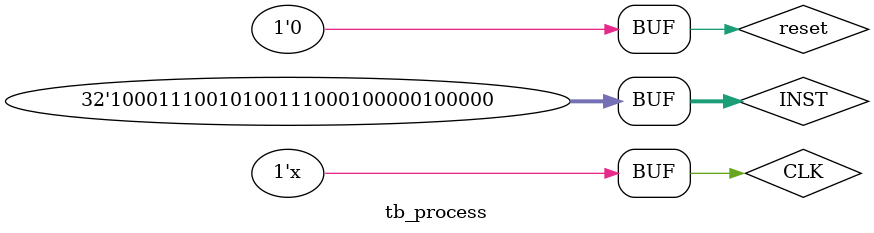
<source format=v>
`timescale 10ns/10ps

module tb_process ();
  reg CLK, reset;
  reg [31:0] INST;
  wire [31:0] addr, out;
  wire is_Zero;
  
  process u1 (CLK, reset, INST, out, is_Zero, addr);
  initial begin 
    CLK = 0;
    reset = 1;
    INST = 32'b00000010010100111000100000100000;
    #1 reset = 0;
    #20 INST = 32'b10001110010100111000100000100000;
  end
  always #1 CLK = ~CLK;
  
endmodule

  
</source>
